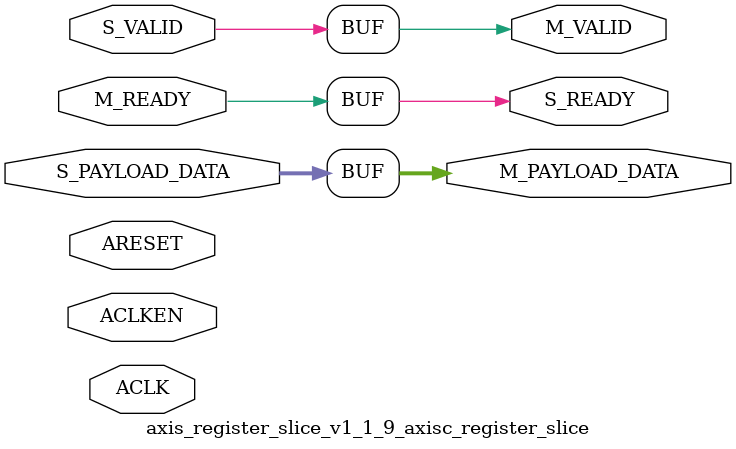
<source format=v>

`timescale 1ps/1ps

(* DowngradeIPIdentifiedWarnings="yes" *)
module axis_register_slice_v1_1_9_axisc_register_slice #
  (
   parameter C_FAMILY     = "virtex6",
   parameter C_DATA_WIDTH = 32,
   parameter C_REG_CONFIG = 32'h00000000
   // C_REG_CONFIG:
   //   0 => BYPASS    = The channel is just wired through the module.
   //   1 => FWD_REV   = Both FWD and REV (fully-registered)
   //   2 => FWD       = The master VALID and payload signals are registrated. 
   //   3 => REV       = The slave ready signal is registrated
   //   4 => RESERVED (all outputs driven to 0).
   //   5 => RESERVED (all outputs driven to 0).
   //   6 => INPUTS    = Slave and Master side inputs are registrated.
   //   7 => LIGHT_WT  = 1-stage pipeline register with bubble cycle, both FWD and REV pipelining
   //   10 => NO_READY = Assume no ready signal
   )
  (
   // System Signals
   input wire ACLK,
   input wire ARESET,
   input wire ACLKEN,

   // Slave side
   input  wire [C_DATA_WIDTH-1:0] S_PAYLOAD_DATA,
   input  wire S_VALID,
   output wire S_READY,

   // Master side
   output  wire [C_DATA_WIDTH-1:0] M_PAYLOAD_DATA,
   output wire M_VALID,
   input  wire M_READY
   );

  generate
  ////////////////////////////////////////////////////////////////////
  //
  // C_REG_CONFIG = 0
  // Bypass mode
  //
  ////////////////////////////////////////////////////////////////////
    if (C_REG_CONFIG == 32'h00000000)
    begin
      assign M_PAYLOAD_DATA = S_PAYLOAD_DATA;
      assign M_VALID        = S_VALID;
      assign S_READY        = M_READY;      
    end
  ////////////////////////////////////////////////////////////////////
  //
  // C_REG_CONFIG = 10
  // No ready, single stage register
  //
  ////////////////////////////////////////////////////////////////////
    else if (C_REG_CONFIG == 32'h0000000A)
    begin : NO_READY
      
      reg [C_DATA_WIDTH-1:0] storage_data1;
      reg                    m_valid_r; //local signal of output

      // assign local signal to its output signal
      assign S_READY = 1'b1;
      assign M_VALID = m_valid_r;

      // Load storage1 with slave side data
      always @(posedge ACLK) 
      begin
        if (ACLKEN) begin
          storage_data1 <= S_PAYLOAD_DATA; 
          m_valid_r <= S_VALID;
        end
      end

      assign M_PAYLOAD_DATA = storage_data1;


    end // if (C_REG_CONFIG == 10 )
  ////////////////////////////////////////////////////////////////////
  //
  // C_REG_CONFIG = 11
  // Minimized fanout on input signals M_READY and S_TVALID
  //
  ////////////////////////////////////////////////////////////////////
    else if (C_REG_CONFIG == 32'h00000001) begin : gen_AB_reg_slice
  //                           /----------S_READY
  //                           |/---------M_VALID
      localparam SM_RESET = 2'b00;
      localparam SM_IDLE  = 2'b10;
      localparam SM_ONE   = 2'b11;
      localparam SM_FULL  = 2'b01;
   
      (* fsm_encoding = "none" *) reg [1:0] state = SM_RESET;
      reg [C_DATA_WIDTH-1:0] payload_a;
      reg [C_DATA_WIDTH-1:0] payload_b;
      reg sel_rd = 1'b0;
      reg sel_wr = 1'b0;
      wire sel;
      wire load_a;
      wire load_b;
      
      assign M_VALID = state[0];
      assign S_READY = state[1];

      always @(posedge ACLK) begin 
        if (ARESET) begin
          state <= SM_RESET;
        end
        else if (ACLKEN) begin
          case (state)
            SM_IDLE:
              if (S_VALID)
                state <= SM_ONE;
            SM_ONE:
              if (S_VALID & ~M_READY)
                state <= SM_FULL;
              else if (~S_VALID & M_READY)
                state <= SM_IDLE;
            SM_FULL:
              if (M_READY)
                state <= SM_ONE;
            // SM_RESET:
            default:
              state <= SM_IDLE;
          endcase
        end
      end

      assign sel = sel_rd; 

      always @(posedge ACLK) begin 
        if (ARESET) begin
          sel_rd <= 1'b0;
        end 
        else if (ACLKEN) begin
          sel_rd <= (M_READY & M_VALID) ? ~sel_rd : sel_rd;
        end
      end

      assign load_a = ~sel_wr & (state != SM_FULL);
      assign load_b = sel_wr & (state != SM_FULL);
      always @(posedge ACLK) begin 
        if (ARESET) begin
          sel_wr <= 1'b0;
        end 
        else if (ACLKEN) begin
          sel_wr <= (S_READY & S_VALID) ? ~sel_wr : sel_wr;
        end
      end

      always @(posedge ACLK) begin 
        if (ACLKEN) begin 
          payload_a <= load_a ? S_PAYLOAD_DATA : payload_a;
        end
      end

      always @(posedge ACLK) begin 
        if (ACLKEN) begin 
          payload_b <= load_b ? S_PAYLOAD_DATA : payload_b;
        end
      end

      assign M_PAYLOAD_DATA = sel ? payload_b : payload_a;

    end // if (C_REG_CONFIG == 1 )
  ////////////////////////////////////////////////////////////////////
  //
  // C_REG_CONFIG = 8 (used to be 1 or 8)
  // Both FWD and REV mode
  //
  ////////////////////////////////////////////////////////////////////
    else if ((C_REG_CONFIG == 32'h00000008))
    begin
      reg [1:0] state;
      localparam [1:0] 
        ZERO = 2'b10,
        ONE  = 2'b11,
        TWO  = 2'b01;
      
      reg [C_DATA_WIDTH-1:0] storage_data1;
      reg [C_DATA_WIDTH-1:0] storage_data2;
      reg                    load_s1;
      wire                   load_s2;
      wire                   load_s1_from_s2;
      reg                    s_ready_i; //local signal of output
      wire                   m_valid_i; //local signal of output

      // assign local signal to its output signal
      assign S_READY = s_ready_i;
      assign M_VALID = m_valid_i;

      (* equivalent_register_removal = "no" *) reg [1:0] areset_d; // Reset delay register
      always @(posedge ACLK) begin
        if (ACLKEN) begin
          areset_d <= {areset_d[0], ARESET};
        end
      end
      
      // Load storage1 with either slave side data or from storage2
      always @(posedge ACLK) 
      begin
        if (ACLKEN) begin
          storage_data1 <= ~load_s1 ? storage_data1 : 
                           load_s1_from_s2 ? storage_data2 : 
                           S_PAYLOAD_DATA; 
        end
      end

      // Load storage2 with slave side data
      always @(posedge ACLK) 
      begin
        if (ACLKEN) begin
          storage_data2 <= load_s2 ? S_PAYLOAD_DATA : storage_data2;
        end
      end

      assign M_PAYLOAD_DATA = storage_data1;

      // Always load s2 on a valid transaction even if it's unnecessary
      assign load_s2 = S_VALID & s_ready_i;

      // Loading s1
      always @ *
      begin
        if ( ((state == ZERO) && (S_VALID == 1)) || // Load when empty on slave transaction
             // Load when ONE if we both have read and write at the same time
             ((state == ONE) && (S_VALID == 1) && (M_READY == 1)) ||
             // Load when TWO and we have a transaction on Master side
             ((state == TWO) && (M_READY == 1)))
          load_s1 = 1'b1;
        else
          load_s1 = 1'b0;
      end // always @ *

      assign load_s1_from_s2 = (state == TWO);
                       
      // State Machine for handling output signals
      always @(posedge ACLK) begin
        if (ARESET) begin
          s_ready_i <= 1'b0;
          state <= ZERO;
        end else if (ACLKEN && areset_d == 2'b10) begin
          s_ready_i <= 1'b1;
          state <= ZERO;
        end else if (ACLKEN && areset_d == 2'b00) begin
          case (state)
            // No transaction stored locally
            ZERO: if (S_VALID) state <= ONE; // Got one so move to ONE

            // One transaction stored locally
            ONE: begin
              if (M_READY & ~S_VALID) state <= ZERO; // Read out one so move to ZERO
              if (~M_READY & S_VALID) begin
                state <= TWO;  // Got another one so move to TWO
                s_ready_i <= 1'b0;
              end
            end

            // TWO transaction stored locally
            TWO: if (M_READY) begin
              state <= ONE; // Read out one so move to ONE
              s_ready_i <= 1'b1;
            end

            default: 
              state <= ZERO;

          endcase // case (state)
        end
      end // always @ (posedge ACLK)
      
      assign m_valid_i = state[0];

    end // if (C_REG_CONFIG == 8)
    
  ////////////////////////////////////////////////////////////////////
  //
  // C_REG_CONFIG = 2
  // Only FWD mode
  //
  ////////////////////////////////////////////////////////////////////
    else if (C_REG_CONFIG == 32'h00000002)
    begin
      reg [C_DATA_WIDTH-1:0] storage_data;
      wire                   s_ready_i; //local signal of output
      reg                    m_valid_i; //local signal of output

      // assign local signal to its output signal
      assign S_READY = s_ready_i;
      assign M_VALID = m_valid_i;

      (* equivalent_register_removal = "no" *) reg [1:0] areset_d; // Reset delay register
      always @(posedge ACLK) begin
        if (ACLKEN) begin
          areset_d <= {areset_d[0], ARESET};
        end
      end
      
      // Save payload data whenever we have a transaction on the slave side
      always @(posedge ACLK) 
      begin
        if (ACLKEN)
          storage_data <= (S_VALID & s_ready_i) ? S_PAYLOAD_DATA : storage_data;
      end

      assign M_PAYLOAD_DATA = storage_data;
      
      // M_Valid set to high when we have a completed transfer on slave side
      // Is removed on a M_READY except if we have a new transfer on the slave side
      always @(posedge ACLK) begin
        if (areset_d) begin
          m_valid_i <= 1'b0;
        end 
        else if (ACLKEN) begin
            m_valid_i <= S_VALID ? 1'b1 :  // Always set m_valid_i when slave side is valid
                       M_READY ? 1'b0 :  // Clear (or keep) when no slave side is valid but master side is ready
                         m_valid_i;
        end
      end // always @ (posedge ACLK)
      
      // Slave Ready is either when Master side drives M_Ready or we have space in our storage data
      assign s_ready_i = (M_READY | ~m_valid_i) & ~|areset_d;

    end // if (C_REG_CONFIG == 2)
  ////////////////////////////////////////////////////////////////////
  //
  // C_REG_CONFIG = 3
  // Only REV mode
  //
  ////////////////////////////////////////////////////////////////////
    else if (C_REG_CONFIG == 32'h00000003)
    begin
      reg [C_DATA_WIDTH-1:0] storage_data;
      reg                    s_ready_i; //local signal of output
      reg                    has_valid_storage_i;
      reg                    has_valid_storage;

      (* equivalent_register_removal = "no" *) reg areset_d; // Reset delay register
      always @(posedge ACLK) begin
        if (ACLKEN) begin
          areset_d <= ARESET;
        end
      end
      
      // Save payload data whenever we have a transaction on the slave side
      always @(posedge ACLK) 
      begin
        if (ACLKEN)
          storage_data <= (S_VALID & s_ready_i) ? S_PAYLOAD_DATA : storage_data;
      end

      assign M_PAYLOAD_DATA = has_valid_storage ? storage_data : S_PAYLOAD_DATA;

      // Need to determine when we need to save a payload
      // Need a combinatorial signals since it will also effect S_READY
      always @ *
      begin
        // Set the value if we have a slave transaction but master side is not ready
        if (S_VALID & s_ready_i & ~M_READY)
          has_valid_storage_i = 1'b1;
        
        // Clear the value if it's set and Master side completes the transaction but we don't have a new slave side 
        // transaction 
        else if ( (has_valid_storage == 1) && (M_READY == 1) && ( (S_VALID == 0) || (s_ready_i == 0)))
          has_valid_storage_i = 1'b0;
        else
          has_valid_storage_i = has_valid_storage;
      end // always @ *

      always @(posedge ACLK) 
      begin
        if (ARESET) begin
          has_valid_storage <= 1'b0;
        end
        else if (ACLKEN) begin
          has_valid_storage <= has_valid_storage_i;
        end
      end

      // S_READY is either clocked M_READY or that we have room in local storage
      always @(posedge ACLK) begin
        if (ARESET) begin
          s_ready_i <= 1'b0;
        end
        else if (ACLKEN) begin
          s_ready_i <= M_READY | ~has_valid_storage_i;
        end
      end

      // assign local signal to its output signal
      assign S_READY = s_ready_i;

      // M_READY is either combinatorial S_READY or that we have valid data in local storage
      assign M_VALID = (S_VALID | has_valid_storage) & ~areset_d;
      
    end // if (C_REG_CONFIG == 3)
    
  ////////////////////////////////////////////////////////////////////
  //
  // C_REG_CONFIG = 4 or 5 is NO LONGER SUPPORTED
  //
  ////////////////////////////////////////////////////////////////////
    else if ((C_REG_CONFIG == 32'h00000004) || (C_REG_CONFIG == 32'h00000005))
    begin
// synthesis translate_off
      initial begin  
        $display ("ERROR: For axi_register_slice, C_REG_CONFIG = 4 or 5 is RESERVED.");
      end
// synthesis translate_on
      assign M_PAYLOAD_DATA = 0;
      assign M_VALID        = 1'b0;
      assign S_READY        = 1'b0;    
    end  

  ////////////////////////////////////////////////////////////////////
  //
  // C_REG_CONFIG = 6
  // INPUTS mode
  //
  ////////////////////////////////////////////////////////////////////
    else if (C_REG_CONFIG == 32'h00000006)
    begin
      reg [1:0] state;
      reg [1:0] next_state;
      localparam [1:0] 
        ZERO = 2'b00,
        ONE  = 2'b01,
        TWO  = 2'b11;

      reg [C_DATA_WIDTH-1:0] storage_data1;
      reg [C_DATA_WIDTH-1:0] storage_data2;
      reg                    s_valid_d;
      reg                    s_ready_d;
      reg                    m_ready_d;
      reg                    m_valid_d;
      reg                    load_s2;
      reg                    sel_s2;
      wire                   new_access;
      wire                   access_done;
      wire                   s_ready_i; //local signal of output
      reg                    s_ready_ii;
      reg                    m_valid_i; //local signal of output
      
      (* equivalent_register_removal = "no" *) reg areset_d; // Reset delay register
      always @(posedge ACLK) begin
        if (ACLKEN) begin
          areset_d <= ARESET;
        end
      end
      
      // assign local signal to its output signal
      assign S_READY = s_ready_i;
      assign M_VALID = m_valid_i;
      assign s_ready_i = s_ready_ii & ~areset_d;

      // Registrate input control signals
      always @(posedge ACLK) 
      begin
        if (ARESET) begin          
          s_valid_d <= 1'b0;
          s_ready_d <= 1'b0;
          m_ready_d <= 1'b0;
        end else if (ACLKEN) begin
          s_valid_d <= S_VALID;
          s_ready_d <= s_ready_i;
          m_ready_d <= M_READY;
        end
      end // always @ (posedge ACLK)

      // Load storage1 with slave side payload data when slave side ready is high
      always @(posedge ACLK) 
      begin
        if (ACLKEN)
          storage_data1 <= (s_ready_i) ? S_PAYLOAD_DATA : storage_data1;          
      end

      // Load storage2 with storage data 
      always @(posedge ACLK) 
      begin
        if (ACLKEN)
          storage_data2 <= load_s2 ? storage_data1 : storage_data2;
      end

      always @(posedge ACLK) 
      begin
        if (ARESET) 
          m_valid_d <= 1'b0;
        else if (ACLKEN)
          m_valid_d <= m_valid_i;
      end

      // Local help signals
      assign new_access  = s_ready_d & s_valid_d;
      assign access_done = m_ready_d & m_valid_d;


      // State Machine for handling output signals
      always @*
      begin
        next_state = state; // Stay in the same state unless we need to move to another state
        load_s2   = 0;
        sel_s2    = 0;
        m_valid_i = 0;
        s_ready_ii = 0;
        case (state)
            // No transaction stored locally
            ZERO: begin
              load_s2   = 0;
              sel_s2    = 0;
              m_valid_i = 0;
              s_ready_ii = 1;
              if (new_access) begin
                next_state = ONE; // Got one so move to ONE
                load_s2   = 1;
                m_valid_i = 0;
              end
              else begin
                next_state = next_state;
                load_s2   = load_s2;
                m_valid_i = m_valid_i;
              end

            end // case: ZERO

            // One transaction stored locally
            ONE: begin
              load_s2   = 0;
              sel_s2    = 1;
              m_valid_i = 1;
              s_ready_ii = 1;
              if (~new_access & access_done) begin
                next_state = ZERO; // Read out one so move to ZERO
                m_valid_i = 0;                      
              end
              else if (new_access & ~access_done) begin
                next_state = TWO;  // Got another one so move to TWO
                s_ready_ii = 0;
              end
              else if (new_access & access_done) begin
                load_s2   = 1;
                sel_s2    = 0;
              end
              else begin
                load_s2   = load_s2;
                sel_s2    = sel_s2;
              end


            end // case: ONE

            // TWO transaction stored locally
            TWO: begin
              load_s2   = 0;
              sel_s2    = 1;
              m_valid_i = 1;
              s_ready_ii = 0;
              if (access_done) begin 
                next_state = ONE; // Read out one so move to ONE
                s_ready_ii  = 1;
                load_s2    = 1;
                sel_s2     = 0;
              end
              else begin
                next_state = next_state;
                s_ready_ii  = s_ready_ii;
                load_s2    = load_s2;
                sel_s2     = sel_s2;
              end
            end // case: TWO
        endcase // case (state)
      end // always @ *


      // State Machine for handling output signals
      always @(posedge ACLK) 
      begin
        if (ARESET) 
          state <= ZERO;
        else if (ACLKEN)
          state <= next_state; // Stay in the same state unless we need to move to another state
      end
      
      // Master Payload mux
      assign M_PAYLOAD_DATA = sel_s2?storage_data2:storage_data1;

    end // if (C_REG_CONFIG == 6)
  ////////////////////////////////////////////////////////////////////
  //
  // C_REG_CONFIG = 7
  // Light-weight mode.
  // 1-stage pipeline register with bubble cycle, both FWD and REV pipelining
  // Operates same as 1-deep FIFO
  //
  ////////////////////////////////////////////////////////////////////
    else if (C_REG_CONFIG == 32'h00000007)
    begin
      reg [C_DATA_WIDTH-1:0] storage_data1;
      reg                    s_ready_i; //local signal of output
      reg                    m_valid_i; //local signal of output

      // assign local signal to its output signal
      assign S_READY = s_ready_i;
      assign M_VALID = m_valid_i;

      (* equivalent_register_removal = "no" *) reg [1:0] areset_d; // Reset delay register
      always @(posedge ACLK) begin
        if (ACLKEN) begin
          areset_d <= {areset_d[0], ARESET};
        end
      end
      
      // Load storage1 with slave side data
      always @(posedge ACLK) 
      begin
        if (ARESET) begin
          s_ready_i <= 1'b0;
          m_valid_i <= 1'b0;
        end else if (ACLKEN && areset_d == 2'b10) begin
          s_ready_i <= 1'b1;
        end else if (ACLKEN && areset_d == 2'b00) begin
          if (m_valid_i & M_READY) begin
            s_ready_i <= 1'b1;
            m_valid_i <= 1'b0;
          end else if (S_VALID & s_ready_i) begin
            s_ready_i <= 1'b0;
            m_valid_i <= 1'b1;
          end
        end
        if (~m_valid_i) begin
          storage_data1 <= S_PAYLOAD_DATA;        
        end
      end
      assign M_PAYLOAD_DATA = storage_data1;
    end // if (C_REG_CONFIG == 7)
    
    else begin : default_case
      // Passthrough
      assign M_PAYLOAD_DATA = S_PAYLOAD_DATA;
      assign M_VALID        = S_VALID;
      assign S_READY        = M_READY;      
    end

  endgenerate
endmodule // axisc_register_slice

</source>
